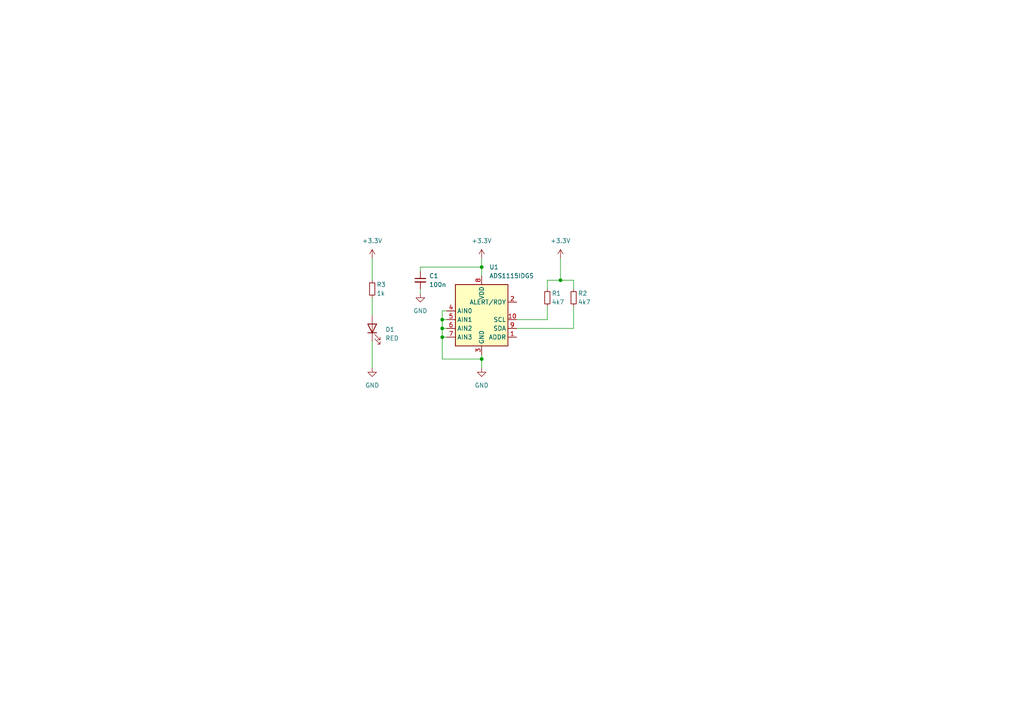
<source format=kicad_sch>
(kicad_sch (version 20230121) (generator eeschema)
  (paper "A4")
  (lib_symbols
    (symbol "Analog_ADC:ADS1115IDGS"
      (property "Reference" "U" (at 2.54 13.97 0))
      (property "Value" "ADS1115IDGS" (at 7.62 11.43 0))
      (symbol "ADS1115IDGS_0_1"
        (rectangle (start -7.62 10.16) (end 7.62 -7.62) (stroke (width 0.254)) (fill (type background)))
      )
      (symbol "ADS1115IDGS_1_1"
        (pin input line (at 10.16 -5.08 180) (length 2.54) (name "ADDR") (number "1"))
        (pin input line (at 10.16 0 180) (length 2.54) (name "SCL") (number "10"))
        (pin output line (at 10.16 5.08 180) (length 2.54) (name "ALERT/RDY") (number "2"))
        (pin power_in line (at 0 -10.16 90) (length 2.54) (name "GND") (number "3"))
        (pin input line (at -10.16 2.54 0) (length 2.54) (name "AIN0") (number "4"))
        (pin input line (at -10.16 0 0) (length 2.54) (name "AIN1") (number "5"))
        (pin input line (at -10.16 -2.54 0) (length 2.54) (name "AIN2") (number "6"))
        (pin input line (at -10.16 -5.08 0) (length 2.54) (name "AIN3") (number "7"))
        (pin power_in line (at 0 12.7 270) (length 2.54) (name "VDD") (number "8"))
        (pin bidirectional line (at 10.16 -2.54 180) (length 2.54) (name "SDA") (number "9"))
      )
    )
    (symbol "Device:C_Small" (pin_numbers hide) (pin_names (offset 0.254) hide)
      (property "Reference" "C" (at 0.254 1.778 0))
      (property "Value" "C_Small" (at 0.254 -2.032 0))
      (symbol "C_Small_0_1"
        (polyline (pts (xy -1.524 -0.508) (xy 1.524 -0.508)) (stroke (width 0.3302)))
        (polyline (pts (xy -1.524 0.508) (xy 1.524 0.508)) (stroke (width 0.3048)))
      )
      (symbol "C_Small_1_1"
        (pin passive line (at 0 2.54 270) (length 2.032) (name "~") (number "1"))
        (pin passive line (at 0 -2.54 90) (length 2.032) (name "~") (number "2"))
      )
    )
    (symbol "Device:LED" (pin_numbers hide) (pin_names (offset 1.016) hide)
      (property "Reference" "D" (at 0 2.54 0))
      (property "Value" "LED" (at 0 -2.54 0))
      (symbol "LED_0_1"
        (polyline (pts (xy -1.27 -1.27) (xy -1.27 1.27)) (stroke (width 0.254)))
        (polyline (pts (xy -1.27 0) (xy 1.27 0)))
        (polyline (pts (xy 1.27 -1.27) (xy 1.27 1.27) (xy -1.27 0) (xy 1.27 -1.27)) (stroke (width 0.254)))
        (polyline (pts (xy -3.048 -0.762) (xy -4.572 -2.286) (xy -3.81 -2.286) (xy -4.572 -2.286) (xy -4.572 -1.524)))
        (polyline (pts (xy -1.778 -0.762) (xy -3.302 -2.286) (xy -2.54 -2.286) (xy -3.302 -2.286) (xy -3.302 -1.524)))
      )
      (symbol "LED_1_1"
        (pin passive line (at -3.81 0 0) (length 2.54) (name "K") (number "1"))
        (pin passive line (at 3.81 0 180) (length 2.54) (name "A") (number "2"))
      )
    )
    (symbol "Device:R_Small" (pin_numbers hide) (pin_names (offset 0.254) hide)
      (property "Reference" "R" (at 0.762 0.508 0))
      (property "Value" "R_Small" (at 0.762 -1.016 0))
      (symbol "R_Small_0_1"
        (rectangle (start -0.762 1.778) (end 0.762 -1.778) (stroke (width 0.2032)))
      )
      (symbol "R_Small_1_1"
        (pin passive line (at 0 2.54 270) (length 0.762) (name "~") (number "1"))
        (pin passive line (at 0 -2.54 90) (length 0.762) (name "~") (number "2"))
      )
    )
    (symbol "power:+3.3V" (power) (pin_names (offset 0))
      (property "Value" "+3.3V" (at 0 3.556 0))
      (symbol "+3.3V_0_1"
        (polyline (pts (xy -0.762 1.27) (xy 0 2.54)))
        (polyline (pts (xy 0 0) (xy 0 2.54)))
        (polyline (pts (xy 0 2.54) (xy 0.762 1.27)))
      )
      (symbol "+3.3V_1_1"
        (pin power_in line (at 0 0 90) (length 0) hide (name "+3.3V") (number "1"))
      )
    )
    (symbol "power:GND" (power) (pin_names (offset 0))
      (property "Value" "GND" (at 0 -3.81 0))
      (symbol "GND_0_1"
        (polyline (pts (xy 0 0) (xy 0 -1.27) (xy 1.27 -1.27) (xy 0 -2.54) (xy -1.27 -1.27) (xy 0 -1.27)))
      )
      (symbol "GND_1_1"
        (pin power_in line (at 0 0 270) (length 0) hide (name "GND") (number "1"))
      )
    )
  )
  (junction (at 128.27 92.71))
  (junction (at 139.7 77.47))
  (junction (at 139.7 104.14))
  (junction (at 128.27 97.79))
  (junction (at 162.56 81.28))
  (junction (at 128.27 95.25))
  (wire (pts (xy 158.75 81.28) (xy 162.56 81.28)))
  (wire (pts (xy 121.92 83.82) (xy 121.92 85.09)))
  (wire (pts (xy 166.37 88.9) (xy 166.37 95.25)))
  (wire (pts (xy 128.27 97.79) (xy 129.54 97.79)))
  (wire (pts (xy 162.56 81.28) (xy 166.37 81.28)))
  (wire (pts (xy 128.27 92.71) (xy 128.27 95.25)))
  (wire (pts (xy 162.56 74.93) (xy 162.56 81.28)))
  (wire (pts (xy 139.7 104.14) (xy 139.7 106.68)))
  (wire (pts (xy 128.27 95.25) (xy 129.54 95.25)))
  (wire (pts (xy 139.7 74.93) (xy 139.7 77.47)))
  (wire (pts (xy 107.95 99.06) (xy 107.95 106.68)))
  (wire (pts (xy 128.27 104.14) (xy 139.7 104.14)))
  (wire (pts (xy 107.95 74.93) (xy 107.95 81.28)))
  (wire (pts (xy 158.75 92.71) (xy 149.86 92.71)))
  (wire (pts (xy 128.27 95.25) (xy 128.27 97.79)))
  (wire (pts (xy 107.95 86.36) (xy 107.95 91.44)))
  (wire (pts (xy 158.75 88.9) (xy 158.75 92.71)))
  (wire (pts (xy 128.27 92.71) (xy 129.54 92.71)))
  (wire (pts (xy 166.37 95.25) (xy 149.86 95.25)))
  (wire (pts (xy 129.54 90.17) (xy 128.27 90.17)))
  (wire (pts (xy 128.27 90.17) (xy 128.27 92.71)))
  (wire (pts (xy 166.37 81.28) (xy 166.37 83.82)))
  (wire (pts (xy 158.75 83.82) (xy 158.75 81.28)))
  (wire (pts (xy 128.27 97.79) (xy 128.27 104.14)))
  (wire (pts (xy 139.7 102.87) (xy 139.7 104.14)))
  (wire (pts (xy 121.92 78.74) (xy 121.92 77.47)))
  (wire (pts (xy 121.92 77.47) (xy 139.7 77.47)))
  (wire (pts (xy 139.7 77.47) (xy 139.7 80.01)))
  (symbol (lib_id "power:GND") (at 121.92 85.09 0) (unit 1)
    (property "Reference" "#PWR03" (effects hide))
    (property "Value" "GND" (at 121.92 90.17 0))
    (property "Author" "Antmicro" (effects hide))
    (property "License" "Apache-2.0" (effects hide))
  )
  (symbol (lib_id "power:+3.3V") (at 162.56 74.93 0) (unit 1)
    (property "Reference" "#PWR04" (effects hide))
    (property "Value" "+3.3V" (at 162.56 69.85 0))
  )
  (symbol (lib_id "power:GND") (at 107.95 106.68 0) (unit 1)
    (property "Reference" "#PWR06" (effects hide))
    (property "Value" "GND" (at 107.95 111.76 0))
    (property "Author" "Antmicro" (effects hide))
    (property "License" "Apache-2.0" (effects hide))
  )
  (symbol (lib_id "Device:R_Small") (at 166.37 86.36 0) (unit 1)
    (property "Reference" "R2" (at 167.64 85.09 0) (effects (justify left)))
    (property "Value" "4k7" (at 167.64 87.63 0) (effects (justify left)))
    (property "Footprint" "Resistor_SMD:R_0402_1005Metric_Pad0.72x0.64mm_HandSolder" (effects hide))
  )
  (symbol (lib_id "power:+3.3V") (at 139.7 74.93 0) (unit 1)
    (property "Reference" "#PWR02" (effects hide))
    (property "Value" "+3.3V" (at 139.7 69.85 0))
  )
  (symbol (lib_id "Device:LED") (at 107.95 95.25 90) (unit 1)
    (property "Reference" "D1" (at 111.76 95.5675 90) (effects (justify right)))
    (property "Value" "RED" (at 111.76 98.1075 90) (effects (justify right)))
    (property "Footprint" "LED_THT:LED_D5.0mm" (effects hide))
  )
  (symbol (lib_id "Analog_ADC:ADS1115IDGS") (at 139.7 92.71 0) (unit 1)
    (property "Reference" "U1" (at 141.8941 77.47 0) (effects (justify left)))
    (property "Value" "ADS1115IDGS" (at 141.8941 80.01 0) (effects (justify left)))
    (property "Footprint" "Package_SO:TSSOP-10_3x3mm_P0.5mm" (effects hide))
    (property "Datasheet" "http://www.ti.com/lit/ds/symlink/ads1113.pdf" (effects hide))
  )
  (symbol (lib_id "power:+3.3V") (at 107.95 74.93 0) (unit 1)
    (property "Reference" "#PWR05" (effects hide))
    (property "Value" "+3.3V" (at 107.95 69.85 0))
  )
  (symbol (lib_id "power:GND") (at 139.7 106.68 0) (unit 1)
    (property "Reference" "#PWR01" (effects hide))
    (property "Value" "GND" (at 139.7 111.76 0))
    (property "Author" "Antmicro" (effects hide))
    (property "License" "Apache-2.0" (effects hide))
  )
  (symbol (lib_id "Device:R_Small") (at 107.95 83.82 0) (unit 1)
    (property "Reference" "R3" (at 109.22 82.55 0) (effects (justify left)))
    (property "Value" "1k" (at 109.22 85.09 0) (effects (justify left)))
    (property "Footprint" "Resistor_SMD:R_0402_1005Metric_Pad0.72x0.64mm_HandSolder" (effects hide))
  )
  (symbol (lib_id "Device:C_Small") (at 121.92 81.28 0) (unit 1)
    (property "Reference" "C1" (at 124.46 80.0163 0) (effects (justify left)))
    (property "Value" "100n" (at 124.46 82.5563 0) (effects (justify left)))
    (property "Footprint" "Capacitor_SMD:C_0402_1005Metric_Pad0.74x0.62mm_HandSolder" (effects hide))
  )
  (symbol (lib_id "Device:R_Small") (at 158.75 86.36 0) (unit 1)
    (property "Reference" "R1" (at 160.02 85.09 0) (effects (justify left)))
    (property "Value" "4k7" (at 160.02 87.63 0) (effects (justify left)))
    (property "Footprint" "Resistor_SMD:R_0402_1005Metric_Pad0.72x0.64mm_HandSolder" (effects hide))
  )
)
</source>
